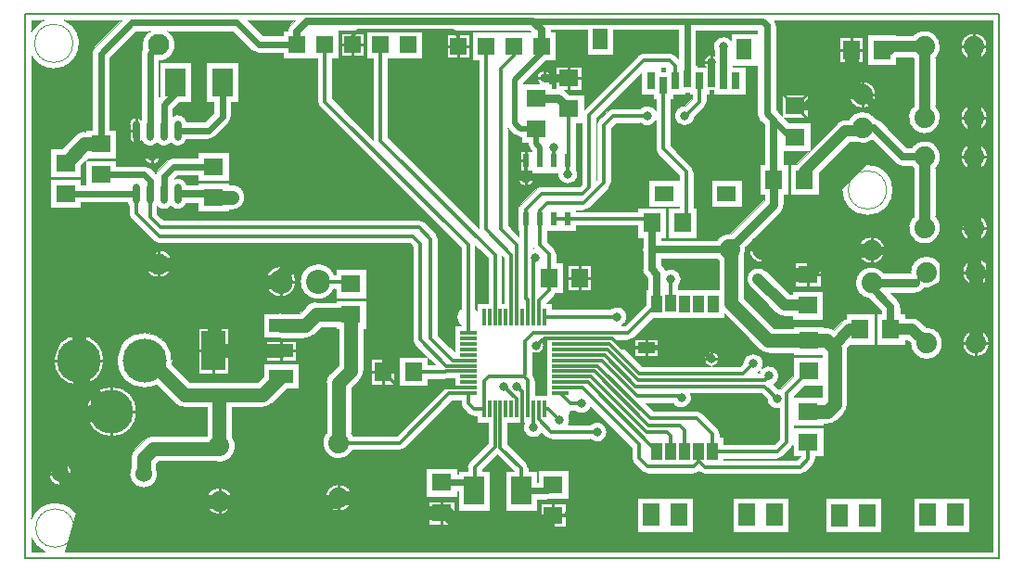
<source format=gbr>
%FSLAX35Y35*%
%MOIN*%
G04 EasyPC Gerber Version 18.0.8 Build 3632 *
%ADD22O,0.02500X0.07200*%
%ADD20R,0.01180X0.05910*%
%ADD24R,0.02000X0.04900*%
%ADD74R,0.03150X0.05906*%
%ADD28R,0.03937X0.06299*%
%ADD76R,0.05512X0.07480*%
%ADD26R,0.06000X0.08000*%
%ADD25R,0.06299X0.07087*%
%ADD75R,0.07087X0.05512*%
%ADD70R,0.07480X0.10236*%
%ADD73R,0.06000X0.06000*%
%ADD11C,0.00100*%
%ADD10C,0.00500*%
%ADD14C,0.01000*%
%ADD21R,0.05910X0.01180*%
%ADD29R,0.06299X0.03937*%
%ADD78R,0.08800X0.04800*%
%ADD71R,0.07087X0.06299*%
%ADD83C,0.01181*%
%ADD84C,0.01969*%
%ADD85C,0.02362*%
%ADD86C,0.02756*%
%ADD81C,0.03150*%
%ADD87C,0.03937*%
%ADD82C,0.05000*%
%ADD80C,0.06000*%
%ADD72C,0.07400*%
%ADD23C,0.07677*%
%ADD27C,0.08661*%
%ADD77C,0.15800*%
%ADD79R,0.08661X0.14173*%
X0Y0D02*
D02*
D10*
X11020Y250D02*
X361020D01*
Y195801*
X11020*
Y250*
D02*
D11*
X13289Y7478D02*
Y2519D01*
X18074*
G75*
G02X13289Y7478I3714J8371*
G01*
G36*
Y2519*
X18074*
G75*
G02X13289Y7478I3714J8371*
G01*
G37*
Y14301D02*
G75*
G02X21788Y20048I8499J-3411D01*
G01*
G75*
G02X25502Y2519J-9158*
G01*
X358752*
Y193533*
X280333*
G75*
G02X280873Y191707I-2817J-1826*
G01*
Y161345*
X282693Y159526*
G75*
G02X283099Y159035I-2374J-2374*
G01*
Y166801*
X292288*
Y158404*
X283593*
X285250Y156746*
X293256*
Y146767*
X302994Y156504*
G75*
G02X305813Y157672I2819J-2819*
G01*
X307020*
G75*
G02X316687Y158182I4994J-2786*
G01*
G75*
G02X318269Y157287I-820J-3296*
G01*
X327761Y147795*
X329685*
G75*
G02X334285Y150117I4600J-3396*
G01*
G75*
G02X338272Y140299J-5719*
G01*
Y122898*
G75*
G02X334285Y113080I-3987J-4099*
G01*
G75*
G02X330298Y122898J5719*
G01*
Y140299*
G75*
G02X329685Y141002I3986J4098*
G01*
X326355*
G75*
G02X323953Y141997J3396*
G01*
X315555Y150395*
G75*
G02X309608Y149698I-3541J4491*
G01*
X307465*
X296315Y138548*
Y130671*
X285981*
Y141797*
X288288*
G75*
G02X288329Y141839I2867J-2772*
G01*
X292901Y146411*
X283521*
Y141797*
X285292*
Y130671*
X283718*
Y127209*
G75*
G02X282665Y124668I-3593*
G01*
X269891Y111894*
G75*
G02X269947Y111096I-5664J-798*
G01*
G75*
G02X269348Y108547I-5719*
G01*
Y93549*
X279978Y82918*
X287032*
Y83569*
X298158*
Y83076*
X298894*
G75*
G02X301627Y82194I0J-4676*
G01*
X304677Y85244*
G75*
G02X305941Y86096I2819J-2819*
G01*
Y87986*
X316276*
Y76864*
X307574*
X306439Y75729*
G75*
G02X306454Y75358I-4505J-372*
G01*
Y55378*
G75*
G02X305130Y52183I-4519J0*
G01*
X302640Y49693*
G75*
G02X299445Y48369I-3195J3195*
G01*
X298028*
Y47719*
X287212*
Y47033*
X298028*
Y36695*
X295076*
Y35801*
G75*
G02X294312Y33956I-2609*
G01*
X291428Y31072*
G75*
G02X289583Y30308I-1845J1845*
G01*
X255292*
G75*
G02X253447Y31072J2609*
G01*
X253304Y31216*
X253278Y31191*
G75*
G02X251433Y30426I-1845J1845*
G01*
X234741*
G75*
G02X232896Y31191J2609*
G01*
X229776Y34311*
G75*
G02X229011Y36156I1845J1845*
G01*
Y39916*
X214469Y54459*
G75*
G02X208598Y53015I-3399J1165*
G01*
X207205*
G75*
G02X206360Y51161I-3927J671*
G01*
G75*
G02X206278Y48026I-3273J-1482*
G01*
X214071*
G75*
G02X220135Y45417I2471J-2609*
G01*
G75*
G02X214071Y42808I-3593*
G01*
X200165*
G75*
G02X198320Y43572J2609*
G01*
X196732Y45161*
G75*
G02X190481Y48707I-3104J1812*
G01*
X184428*
Y40965*
X191113Y34280*
G75*
G02X191877Y32435I-1845J-1845*
G01*
Y31443*
X195028*
Y27505*
X195260*
Y31758*
X206386*
Y21419*
X199922*
G75*
G02X198540Y21106I-1382J2886*
G01*
X195028*
Y17167*
X183508*
Y31443*
X186570*
X180676Y37338*
X175174Y31837*
Y31443*
X178099*
Y17167*
X166579*
Y24098*
X166256*
Y22128*
X155134*
Y32467*
X166256*
Y30497*
X166579*
Y31443*
X169956*
Y32917*
G75*
G02X170720Y34762I2609*
G01*
X177240Y41281*
Y48707*
X173300*
Y51072*
X172319*
G75*
G02X170474Y51836J2609*
G01*
X168354Y53956*
G75*
G02X167590Y55801I1845J1845*
G01*
Y56781*
X164581*
X147494Y39694*
G75*
G02X145649Y38930I-1845J1845*
G01*
X128796*
G75*
G02X123707Y35821I-5089J2609*
G01*
G75*
G02X119189Y45044J5719*
G01*
Y63075*
G75*
G02X120512Y66270I4519J0*
G01*
X123588Y69346*
Y82573*
X122544*
Y83222*
X117424*
X114727Y80525*
G75*
G02X111532Y79202I-3195J3195*
G01*
X103033*
G75*
G02X102089Y79301J4520*
G01*
X96615*
Y88140*
X102093*
G75*
G02X103033Y88239I940J-4419*
G01*
X109660*
X112357Y90935*
G75*
G02X115552Y92259I3195J-3195*
G01*
X122544*
Y92907*
X133670*
Y82573*
X132625*
Y67474*
G75*
G02X131302Y64280I-4519J0*
G01*
X128226Y61203*
Y45044*
G75*
G02X128796Y44148I-4518J-3505*
G01*
X144569*
X161656Y61235*
G75*
G02X163500Y62000I1845J-1845*
G01*
X165225*
Y64661*
X163077*
G75*
G02X161965Y64413I-1112J2360*
G01*
X155796*
Y61459*
X145457*
Y72585*
X155256*
X151075Y76766*
G75*
G02X150311Y78611I1845J1845*
G01*
Y112161*
X149201Y113271*
X59199*
G75*
G02X57354Y114035J2609*
G01*
X49047Y122342*
G75*
G02X48283Y124187I1845J1845*
G01*
Y126744*
G75*
G02X47707Y127976I2609J1970*
G01*
X31111*
Y126006*
X19985*
Y136344*
X31111*
Y134375*
X32642*
Y142903*
X31111Y141372*
Y137030*
X19985*
Y147368*
X24327*
X29223Y152264*
G75*
G02X32418Y153587I3195J-3195*
G01*
X32642*
Y154238*
X35006*
Y181490*
G75*
G02X35943Y183753I3200J0*
G01*
X45723Y193533*
X25061*
G75*
G02X21325Y176013I-3736J-8361*
G01*
G75*
G02X13289Y180780J9158*
G01*
Y14301*
X23628Y34398D02*
G75*
G02Y26298J-4050D01*
G01*
G75*
G02Y34398J4050*
G01*
X30321Y80204D02*
G75*
G02Y62304J-8950D01*
G01*
G75*
G02Y80204J8950*
G01*
X42132Y61700D02*
G75*
G02Y43800J-8950D01*
G01*
G75*
G02Y61700J8950*
G01*
X49110Y32532D02*
Y36057D01*
G75*
G02X50433Y39252I4519J0*
G01*
X53839Y42657*
G75*
G02X57034Y43981I3195J-3195*
G01*
X76295*
Y54354*
X68274*
G75*
G02X65079Y55677I0J4519*
G01*
X58375Y62381*
G75*
G02X53943Y61335I-4432J8873*
G01*
G75*
G02Y81172J9919*
G01*
G75*
G02X63752Y69784J-9919*
G01*
X70146Y63391*
X79811*
G75*
G02X81816I1002J-4519*
G01*
X94513*
X96615Y65492*
Y69939*
X102090*
G75*
G02X103977I944J-4419*
G01*
X109453*
Y61100*
X105004*
X99580Y55677*
G75*
G02X96385Y54354I-3195J3195*
G01*
X85332*
Y43833*
G75*
G02X78888Y34944I-4519J-3505*
G01*
X58906*
X58147Y34185*
Y32532*
G75*
G02X53628Y25330I-4519J-2184*
G01*
G75*
G02X49110Y32532J5019*
G01*
X59022Y110808D02*
G75*
G02Y101031J-4889D01*
G01*
G75*
G02Y110808J4889*
G01*
X80853Y25335D02*
G75*
G02Y15835J-4750D01*
G01*
G75*
G02Y25335J4750*
G01*
X84012Y66482D02*
X73252D01*
Y82758*
X84012*
Y66482*
X108269Y99508D02*
G75*
G02X97508I-5381D01*
G01*
G75*
G02X108269I5381*
G01*
X108485Y71171D02*
X97583D01*
Y78069*
X108485*
Y71171*
X122064Y96899D02*
G75*
G02X109927Y99508I-5788J2609D01*
G01*
G75*
G02X122064Y102117I6349*
G01*
X122544*
Y103931*
X133670*
Y93596*
X122544*
Y96899*
X122064*
X123746Y26545D02*
G75*
G02Y17045J-4750D01*
G01*
G75*
G02Y26545J4750*
G01*
X143804Y71616D02*
Y62427D01*
X135402*
Y71616*
X143804*
X165288Y12073D02*
X156103D01*
Y20474*
X165288*
Y12073*
X205418Y11364D02*
X196229D01*
Y19766*
X205418*
Y11364*
X251000Y9596D02*
X230961D01*
Y21632*
X251000*
Y9596*
X271250Y111136D02*
G75*
G02X280750I4750D01*
G01*
G75*
G02X271250I-4750*
G01*
X285241Y9596D02*
X265205D01*
Y21632*
X285241*
Y9596*
X286689Y87060D02*
X283855D01*
G75*
G02X281035Y88228J3987*
G01*
X271636Y97628*
G75*
G02X277274Y103266I2819J2819*
G01*
X285506Y95034*
X286689*
Y96215*
X297811*
Y85880*
X286689*
Y87060*
X296843Y97872D02*
X287658D01*
Y106270*
X296843*
Y97872*
X303748Y178274D02*
Y187463D01*
X312150*
Y178274*
X303748*
X318776Y9577D02*
X298737D01*
Y21612*
X318776*
Y9577*
X311975Y161907D02*
G75*
G02Y171407J4750D01*
G01*
G75*
G02Y161907J-4750*
G01*
X313746Y141643D02*
G75*
G02Y123326J-9158D01*
G01*
G75*
G02Y141643J9158*
G01*
X314362Y93375D02*
G75*
G02X315213Y104748I851J5655D01*
G01*
G75*
G02X319661Y102623J-5719*
G01*
X329233*
G75*
G02X334945Y108621I5712J280*
G01*
G75*
G02Y97184J-5719*
G01*
G75*
G02X334185Y97235I1J5719*
G01*
G75*
G02X331072Y95436I-3113J1795*
G01*
X321907*
X324534Y92809*
G75*
G02X325529Y90407I-2402J-2402*
G01*
Y87986*
X327300*
Y86412*
X329822*
G75*
G02X332641Y85244J-3987*
G01*
X334865Y83020*
G75*
G02X334945Y83021I68J-5724*
G01*
G75*
G02Y71584J-5719*
G01*
G75*
G02X329227Y77382J5719*
G01*
X328170Y78438*
X327300*
Y76864*
X316965*
Y87986*
X318736*
Y89001*
X314362Y93375*
X315174Y106051D02*
G75*
G02Y115551J4750D01*
G01*
G75*
G02Y106051J-4750*
G01*
X324142Y179915D02*
Y177305D01*
X313804*
Y188431*
X324142*
Y187992*
X330117*
G75*
G02X334217Y189723I4099J-3987*
G01*
G75*
G02X338204Y179906J-5719*
G01*
Y162504*
G75*
G02X334217Y152686I-3987J-4099*
G01*
G75*
G02X330230Y162504J5719*
G01*
Y179906*
G75*
G02X330117Y180018I3979J4091*
G01*
X324251*
G75*
G02X324142Y179915I-2790J2852*
G01*
X350477Y9596D02*
X330441D01*
Y21632*
X350477*
Y9596*
X352017Y163155D02*
G75*
G02Y153655J-4750D01*
G01*
G75*
G02Y163155J4750*
G01*
Y188755D02*
G75*
G02Y179255J-4750D01*
G01*
G75*
G02Y188755J4750*
G01*
X352085Y123548D02*
G75*
G02Y114048J-4750D01*
G01*
G75*
G02Y123548J4750*
G01*
Y149148D02*
G75*
G02Y139648J-4750D01*
G01*
G75*
G02Y149148J4750*
G01*
X352745Y82052D02*
G75*
G02Y72552J-4750D01*
G01*
G75*
G02Y82052J4750*
G01*
Y107652D02*
G75*
G02Y98152J-4750D01*
G01*
G75*
G02Y107652J4750*
G01*
X13289Y30348D02*
G36*
Y20585D01*
X76103*
G75*
G02X80853Y25335I4750*
G01*
G75*
G02X85603Y20585J-4750*
G01*
X119153*
G75*
G02X123746Y26545I4593J1211*
G01*
G75*
G02X128340Y20585J-4750*
G01*
X166579*
Y24098*
X166256*
Y22128*
X155134*
Y30348*
X58647*
G75*
G02X53628Y25330I-5019*
G01*
G75*
G02X48610Y30348J5019*
G01*
X27678*
G75*
G02X23628Y26298I-4050*
G01*
G75*
G02X19578Y30348J4050*
G01*
X13289*
G37*
X19578D02*
G36*
G75*
G02X23628Y34398I4050D01*
G01*
G75*
G02X27678Y30348J-4050*
G01*
X48610*
G75*
G02X49110Y32532I5019*
G01*
Y36057*
G75*
G02X50433Y39252I4519J0*
G01*
X53839Y42657*
G75*
G02X57034Y43981I3195J-3195*
G01*
X76295*
Y52750*
X51082*
G75*
G02X42132Y43800I-8950*
G01*
G75*
G02X33182Y52750J8950*
G01*
X13289*
Y30348*
X19578*
G37*
X155134D02*
G36*
Y32467D01*
X166256*
Y30497*
X166579*
Y31443*
X169956*
Y32917*
G75*
G02X170720Y34762I2609*
G01*
X177240Y41281*
Y48707*
X173300*
Y51072*
X172319*
G75*
G02X170474Y51836J2609*
G01*
X168354Y53956*
G75*
G02X167590Y55801I1845J1845*
G01*
Y56781*
X164581*
X147494Y39694*
G75*
G02X145649Y38930I-1845J1845*
G01*
X128796*
G75*
G02X123707Y35821I-5089J2609*
G01*
G75*
G02X119189Y45044J5719*
G01*
Y52750*
X85332*
Y43833*
G75*
G02X78888Y34944I-4519J-3505*
G01*
X58906*
X58147Y34185*
Y32532*
G75*
G02X58647Y30348I-4519J-2184*
G01*
X155134*
G37*
X13289Y71254D02*
G36*
Y52750D01*
X33182*
G75*
G02X42132Y61700I8950*
G01*
G75*
G02X51082Y52750J-8950*
G01*
X76295*
Y54354*
X68274*
G75*
G02X65079Y55677I0J4519*
G01*
X58375Y62381*
G75*
G02X53943Y61335I-4432J8873*
G01*
G75*
G02X44025Y71254J9919*
G01*
X39271*
G75*
G02X30321Y62304I-8950*
G01*
G75*
G02X21371Y71254J8950*
G01*
X13289*
G37*
X21371D02*
G36*
G75*
G02X23724Y77301I8948J-1D01*
G01*
X13288*
Y71254*
X21371*
G37*
X44025D02*
G36*
G75*
G02X46082Y77301I9917J0D01*
G01*
X36918*
G75*
G02X39271Y71254I-6595J-6048*
G01*
X44025*
G37*
X63862D02*
G36*
G75*
G02X63752Y69784I-9919J-1D01*
G01*
X70146Y63391*
X79811*
G75*
G02X81816I1002J-4519*
G01*
X94513*
X96615Y65492*
Y69939*
X102090*
G75*
G02X103977I944J-4419*
G01*
X109453*
Y61100*
X105004*
X99580Y55677*
G75*
G02X96385Y54354I-3195J3195*
G01*
X85332*
Y52750*
X119189*
Y63075*
G75*
G02X120512Y66270I4519J0*
G01*
X123588Y69346*
Y71254*
X108485*
Y71171*
X97583*
Y71254*
X84012*
Y66482*
X73252*
Y71254*
X63862*
G37*
X73252D02*
G36*
Y77301D01*
X61804*
G75*
G02X63862Y71254I-7859J-6048*
G01*
X73252*
G37*
X97583D02*
G36*
Y77301D01*
X84012*
Y71254*
X97583*
G37*
X123587D02*
G36*
Y77301D01*
X108485*
Y71254*
X123587*
G37*
X132625D02*
G36*
Y67474D01*
G75*
G02X131302Y64280I-4519J0*
G01*
X128226Y61203*
Y45044*
G75*
G02X128796Y44148I-4518J-3505*
G01*
X144569*
X161656Y61235*
G75*
G02X163500Y62000I1845J-1845*
G01*
X165225*
Y64661*
X163077*
G75*
G02X161965Y64413I-1112J2360*
G01*
X155796*
Y61459*
X145457*
Y71254*
X143804*
Y62427*
X135402*
Y71254*
X132625*
G37*
X135402D02*
G36*
Y71616D01*
X143804*
Y71254*
X145457*
Y72585*
X155256*
X151075Y76766*
G75*
G02X150311Y78611I1845J1845*
G01*
Y99508*
X133670*
Y93596*
X122544*
Y96899*
X122064*
G75*
G02X109927Y99508I-5788J2609*
G01*
X108269*
G75*
G02X97508I-5381*
G01*
X13289*
Y77302*
X23724*
G75*
G02X30321Y80204I6597J-6048*
G01*
G75*
G02X36918Y77302J-8950*
G01*
X46082*
G75*
G02X53943Y81172I7861J-6048*
G01*
G75*
G02X61804Y77302J-9919*
G01*
X73252*
Y82758*
X84012*
Y77302*
X97583*
Y78069*
X108485*
Y77302*
X123588*
Y82573*
X122544*
Y83222*
X117424*
X114727Y80525*
G75*
G02X111532Y79202I-3195J3195*
G01*
X103033*
G75*
G02X102089Y79301J4520*
G01*
X96615*
Y88140*
X102093*
G75*
G02X103033Y88239I940J-4419*
G01*
X109660*
X112357Y90935*
G75*
G02X115552Y92259I3195J-3195*
G01*
X122544*
Y92907*
X133670*
Y82573*
X132625*
Y71254*
X135402*
G37*
X13289Y105919D02*
G36*
Y99508D01*
X97508*
G75*
G02X108269I5381*
G01*
X109927*
G75*
G02X122064Y102117I6349*
G01*
X122544*
Y103931*
X133670*
Y99508*
X150311*
Y105919*
X63911*
G75*
G02X59022Y101031I-4889*
G01*
G75*
G02X54133Y105919J4889*
G01*
X13289*
G37*
X54133D02*
G36*
G75*
G02X59022Y110808I4889D01*
G01*
G75*
G02X63911Y105919J-4889*
G01*
X150311*
Y112161*
X149201Y113271*
X59199*
G75*
G02X57354Y114035J2609*
G01*
X49047Y122342*
G75*
G02X48283Y124187I1845J1845*
G01*
Y126744*
G75*
G02X47707Y127976I2609J1970*
G01*
X31111*
Y126006*
X19985*
Y136344*
X31111*
Y134375*
X32642*
Y142903*
X31111Y141372*
Y137030*
X19985*
Y147368*
X24327*
X29223Y152264*
G75*
G02X32418Y153587I3195J-3195*
G01*
X32642*
Y154238*
X35006*
Y181490*
G75*
G02X35943Y183753I3200J0*
G01*
X45723Y193533*
X25061*
G75*
G02X21325Y176013I-3736J-8361*
G01*
G75*
G02X13289Y180780J9158*
G01*
Y105919*
X54133*
G37*
X269348D02*
G36*
Y99508D01*
X270580*
G75*
G02X277274Y103266I3875J939*
G01*
X281033Y99508*
X287658*
Y105919*
X269348*
G37*
X287658D02*
G36*
Y106270D01*
X296843*
Y105919*
X330087*
G75*
G02X334945Y108621I4858J-3017*
G01*
G75*
G02X339803Y105919J-5719*
G01*
X349076*
G75*
G02X352745Y107652I3669J-3017*
G01*
G75*
G02X356414Y105919J-4750*
G01*
X358752*
Y111136*
X319912*
G75*
G02X315174Y106051I-4738J-335*
G01*
G75*
G02X310435Y111136J4750*
G01*
X280750*
G75*
G02X271250I-4750*
G01*
X269947*
G75*
G02Y111096I-5725J-20*
G01*
G75*
G02X269348Y108547I-5719*
G01*
Y105919*
X287658*
G37*
X296843D02*
G36*
Y99508D01*
X309515*
G75*
G02X315213Y104748I5698J-478*
G01*
G75*
G02X319661Y102623J-5719*
G01*
X329233*
G75*
G02X330087Y105919I5712J279*
G01*
X296843*
G37*
X339803D02*
G36*
G75*
G02X339547Y99508I-4858J-3017D01*
G01*
X349422*
G75*
G02X349076Y105919I3323J3394*
G01*
X339803*
G37*
X356414D02*
G36*
G75*
G02X356068Y99508I-3669J-3017D01*
G01*
X358752*
Y105919*
X356414*
G37*
X13289Y20585D02*
G36*
Y14301D01*
G75*
G02X21788Y20048I8499J-3411*
G01*
G75*
G02X29196Y16274J-9158*
G01*
X78858*
G75*
G02X76103Y20585I1994J4311*
G01*
X13289*
G37*
X85603D02*
G36*
G75*
G02X82847Y16274I-4750D01*
G01*
X156103*
Y20474*
X165288*
Y16274*
X196229*
Y19766*
X205418*
Y16274*
X230961*
Y20585*
X195028*
Y17167*
X183508*
Y31443*
X186570*
X180676Y37338*
X175174Y31837*
Y31443*
X178099*
Y17167*
X166579*
Y20585*
X128340*
G75*
G02X123746Y17045I-4593J1211*
G01*
G75*
G02X119153Y20585J4750*
G01*
X85603*
G37*
X230961D02*
G36*
Y21632D01*
X251000*
Y20585*
X265205*
Y21632*
X285241*
Y20585*
X298737*
Y21612*
X318776*
Y20585*
X330441*
Y21632*
X350477*
Y20585*
X358752*
Y77302*
X357495*
G75*
G02X352745Y72552I-4750*
G01*
G75*
G02X347995Y77302J4750*
G01*
X340663*
G75*
G02X334945Y71584I-5719*
G01*
G75*
G02X329227Y77382J5719*
G01*
X328170Y78438*
X327300*
Y76864*
X316965*
Y77302*
X316276*
Y76864*
X307574*
X306439Y75729*
G75*
G02X306454Y75358I-4505J-372*
G01*
Y55378*
G75*
G02X305130Y52183I-4519J0*
G01*
X302640Y49693*
G75*
G02X299445Y48369I-3195J3195*
G01*
X298028*
Y47719*
X287212*
Y47033*
X298028*
Y36695*
X295076*
Y35801*
G75*
G02X294312Y33956I-2609*
G01*
X291428Y31072*
G75*
G02X289583Y30308I-1845J1845*
G01*
X255292*
G75*
G02X253447Y31072J2609*
G01*
X253304Y31216*
X253278Y31191*
G75*
G02X251433Y30426I-1845J1845*
G01*
X234741*
G75*
G02X232896Y31191J2609*
G01*
X229776Y34311*
G75*
G02X229011Y36156I1845J1845*
G01*
Y39916*
X214469Y54459*
G75*
G02X208598Y53015I-3399J1165*
G01*
X207205*
G75*
G02X206360Y51161I-3927J671*
G01*
G75*
G02X206278Y48026I-3273J-1482*
G01*
X214071*
G75*
G02X220135Y45417I2471J-2609*
G01*
G75*
G02X214071Y42808I-3593*
G01*
X200165*
G75*
G02X198320Y43572J2609*
G01*
X196732Y45161*
G75*
G02X190481Y48707I-3104J1812*
G01*
X184428*
Y40965*
X191113Y34280*
G75*
G02X191877Y32435I-1845J-1845*
G01*
Y31443*
X195028*
Y27505*
X195260*
Y31758*
X206386*
Y21419*
X199922*
G75*
G02X198540Y21106I-1382J2886*
G01*
X195028*
Y20585*
X230961*
G37*
X251000D02*
G36*
Y16274D01*
X265205*
Y20585*
X251000*
G37*
X285241D02*
G36*
Y16274D01*
X298737*
Y20585*
X285241*
G37*
X318776D02*
G36*
Y16274D01*
X330441*
Y20585*
X318776*
G37*
X350477D02*
G36*
Y16274D01*
X358752*
Y20585*
X350477*
G37*
X269348Y99508D02*
G36*
Y93549D01*
X279978Y82918*
X287032*
Y83569*
X298158*
Y83076*
X298894*
G75*
G02X301627Y82194I0J-4676*
G01*
X304677Y85244*
G75*
G02X305941Y86096I2819J-2819*
G01*
Y87986*
X316276*
Y77302*
X316965*
Y87986*
X318736*
Y89001*
X314362Y93375*
G75*
G02X309515Y99508I851J5655*
G01*
X296843*
Y97872*
X287658*
Y99508*
X281033*
X285506Y95034*
X286689*
Y96215*
X297811*
Y85880*
X286689*
Y87060*
X283855*
G75*
G02X281035Y88228J3987*
G01*
X271636Y97628*
G75*
G02X270580Y99508I2819J2819*
G01*
X269348*
G37*
X339547D02*
G36*
G75*
G02X334945Y97184I-4602J3394D01*
G01*
G75*
G02X334185Y97235I1J5719*
G01*
G75*
G02X331072Y95436I-3113J1795*
G01*
X321907*
X324534Y92809*
G75*
G02X325529Y90407I-2402J-2402*
G01*
Y87986*
X327300*
Y86412*
X329822*
G75*
G02X332641Y85244J-3987*
G01*
X334865Y83021*
G75*
G02X334945I40J-5724*
G01*
G75*
G02X340663Y77302J-5719*
G01*
X347995*
G75*
G02X352745Y82052I4750*
G01*
G75*
G02X357495Y77302J-4750*
G01*
X358752*
Y99508*
X356068*
G75*
G02X352745Y98152I-3323J3394*
G01*
G75*
G02X349422Y99508J4750*
G01*
X339547*
G37*
X29196Y16274D02*
G36*
G75*
G02X25502Y2519I-7409J-5384D01*
G01*
X358752*
Y16274*
X350477*
Y9596*
X330441*
Y16274*
X318776*
Y9577*
X298737*
Y16274*
X285241*
Y9596*
X265205*
Y16274*
X251000*
Y9596*
X230961*
Y16274*
X205418*
Y11364*
X196229*
Y16274*
X165288*
Y12073*
X156103*
Y16274*
X82847*
G75*
G02X80853Y15835I-1994J4311*
G01*
G75*
G02X78858Y16274J4750*
G01*
X29196*
G37*
X271250Y111136D02*
G36*
G75*
G02X280750I4750D01*
G01*
X310435*
G75*
G02X315174Y115551I4738J-335*
G01*
G75*
G02X319912Y111136J-4750*
G01*
X358752*
Y118798*
X356835*
G75*
G02X352085Y114048I-4750*
G01*
G75*
G02X347335Y118798J4750*
G01*
X340004*
G75*
G02X334285Y113080I-5719*
G01*
G75*
G02X330298Y122898J5719*
G01*
Y132484*
X322905*
G75*
G02X313746Y123326I-9158*
G01*
G75*
G02X304588Y132484J9158*
G01*
X296315*
Y130671*
X285981*
Y141797*
X288288*
G75*
G02X288329Y141839I2867J-2772*
G01*
X292901Y146411*
X283521*
Y141797*
X285292*
Y130671*
X283718*
Y127209*
G75*
G02X282665Y124668I-3593*
G01*
X269891Y111894*
G75*
G02X269947Y111136I-5665J-799*
G01*
X271250*
G37*
X280873Y182868D02*
G36*
Y161345D01*
X282693Y159526*
G75*
G02X283099Y159035I-2374J-2374*
G01*
Y166801*
X292288*
Y166657*
X307225*
G75*
G02X311975Y171407I4750*
G01*
G75*
G02X316725Y166657J-4750*
G01*
X330230*
Y179906*
G75*
G02X330117Y180018I3979J4091*
G01*
X324251*
G75*
G02X324142Y179915I-2790J2852*
G01*
Y177305*
X313804*
Y182868*
X312150*
Y178274*
X303748*
Y182868*
X280873*
G37*
X303748D02*
G36*
Y187463D01*
X312150*
Y182868*
X313804*
Y188431*
X324142*
Y187992*
X330117*
G75*
G02X334217Y189723I4099J-3987*
G01*
G75*
G02X339821Y182868J-5719*
G01*
X347405*
G75*
G02X352017Y188755I4612J1137*
G01*
G75*
G02X356628Y182868J-4750*
G01*
X358752*
Y193533*
X280333*
G75*
G02X280873Y191707I-2817J-1826*
G01*
Y182868*
X303748*
G37*
X339821D02*
G36*
G75*
G02X338204Y179906I-5604J1137D01*
G01*
Y166657*
X358752*
Y182868*
X356628*
G75*
G02X352017Y179255I-4612J1137*
G01*
G75*
G02X347405Y182868J4750*
G01*
X339821*
G37*
X292288Y166657D02*
G36*
Y158404D01*
X283593*
X285250Y156746*
X293256*
Y146767*
X302994Y156504*
G75*
G02X305813Y157672I2819J-2819*
G01*
X307020*
G75*
G02X316522Y158405I4994J-2786*
G01*
X328498*
G75*
G02X330230Y162504I5719*
G01*
Y166657*
X316725*
G75*
G02X311975Y161907I-4750*
G01*
G75*
G02X307225Y166657J4750*
G01*
X292288*
G37*
X338204D02*
G36*
Y162504D01*
G75*
G02X339935Y158405I-3987J-4100*
G01*
X347267*
G75*
G02X352017Y163155I4750*
G01*
G75*
G02X356767Y158405J-4750*
G01*
X358752*
Y166657*
X338204*
G37*
X304588Y132484D02*
G36*
G75*
G02X313746Y141643I9158D01*
G01*
G75*
G02X322905Y132484J-9158*
G01*
X330298*
Y140299*
G75*
G02X329685Y141002I3986J4098*
G01*
X326355*
G75*
G02X323953Y141997J3396*
G01*
X315555Y150395*
G75*
G02X309608Y149698I-3541J4491*
G01*
X307465*
X296315Y138548*
Y132484*
X304588*
G37*
X316522Y158405D02*
G36*
G75*
G02X316687Y158182I-4504J-3523D01*
G01*
G75*
G02X318269Y157287I-820J-3296*
G01*
X327761Y147795*
X329685*
G75*
G02X334285Y150117I4600J-3396*
G01*
G75*
G02X340004Y144398J-5719*
G01*
X347335*
G75*
G02X352085Y149148I4750*
G01*
G75*
G02X356835Y144398J-4750*
G01*
X358752*
Y158405*
X356767*
G75*
G02X352017Y153655I-4750*
G01*
G75*
G02X347267Y158405J4750*
G01*
X339935*
G75*
G02X334217Y152686I-5719*
G01*
G75*
G02X328498Y158405J5719*
G01*
X316522*
G37*
X347335Y118798D02*
G36*
G75*
G02X352085Y123548I4750D01*
G01*
G75*
G02X356835Y118798J-4750*
G01*
X358752*
Y144398*
X356835*
G75*
G02X352085Y139648I-4750*
G01*
G75*
G02X347335Y144398J4750*
G01*
X340004*
G75*
G02X338272Y140299I-5719J0*
G01*
Y122898*
G75*
G02X340004Y118798I-3987J-4100*
G01*
X347335*
G37*
X13289Y189563D02*
G75*
G02X17589Y193533I8037J-4392D01*
G01*
X13289*
Y189563*
G36*
G75*
G02X17589Y193533I8037J-4392*
G01*
X13289*
Y189563*
G37*
X21325Y192061D02*
G75*
G03Y178281J-6890D01*
G01*
G75*
G03Y192061J6890*
G01*
X21788Y17780D02*
G75*
G03Y4000J-6890D01*
G01*
G75*
G03Y17780J6890*
G01*
X32954Y143215D02*
X43768D01*
Y141245*
X53678*
G75*
G02X55940Y140308I0J-3200*
G01*
X57885Y138362*
G75*
G02X58630Y139530I3007J-1094*
G01*
X62242Y143143*
G75*
G02X64504Y144080I2262J-2263*
G01*
X73075*
Y146049*
X84201*
Y135711*
X73075*
Y137680*
X65830*
X64543Y136394*
G75*
G02X68990Y134461I1349J-2978*
G01*
X73075*
Y135026*
X84201*
Y134375*
X85390*
G75*
G02Y125338J-4519*
G01*
X84201*
Y124687*
X73075*
Y127668*
X68990*
G75*
G02X63392Y126607I-3098J1046*
G01*
G75*
G02X58501Y126484I-2500J2107*
G01*
Y123880*
X60762Y121619*
X152683*
G75*
G02X154528Y120855J-2609*
G01*
X158613Y116770*
G75*
G02X159377Y114925I-1845J-1845*
G01*
Y80204*
X165225Y74357*
Y83659*
X167590*
Y83745*
G75*
G02Y89766I2609J3011*
G01*
Y111679*
X116882Y162387*
G75*
G02X116118Y164232I1845J1845*
G01*
Y179778*
X103709*
Y181598*
X95056*
G75*
G02X92793Y182535I0J3200*
G01*
X85748Y189580*
X62199*
G75*
G02X59092Y178803I-3177J-4920*
G01*
Y165947*
X59237Y166092*
Y178274*
X70756*
Y163998*
X66193*
X64092Y161897*
Y158944*
G75*
G02X69050Y157064I1800J-2730*
G01*
X75563*
X78726Y160227*
Y163998*
X76166*
Y178274*
X87685*
Y163998*
X85125*
Y158902*
G75*
G02X84188Y156639I-3200J0*
G01*
X79151Y151602*
G75*
G02X76889Y150665I-2262J2263*
G01*
X69050*
G75*
G02X63392Y149406I-3157J849*
G01*
G75*
G02X58392I-2500J2107*
G01*
G75*
G02X52853Y150309I-2500J2107*
G01*
G75*
G02X48591Y151514I-1961J1205*
G01*
Y156215*
G75*
G02X52693Y157648I2301*
G01*
Y181530*
G75*
G02X53301Y183406I3200*
G01*
G75*
G02X55845Y189580I5721J1254*
G01*
X50820*
X41405Y180165*
Y154238*
X43768*
Y143900*
X33639*
X32954Y143215*
X54114Y144295D02*
G75*
G02X59363I2625D01*
G01*
G75*
G02X54114I-2625*
G01*
X43768D02*
G36*
Y143900D01*
X33639*
X32954Y143215*
X43768*
Y141245*
X53678*
G75*
G02X55940Y140308I0J-3200*
G01*
X57885Y138362*
G75*
G02X58630Y139530I3007J-1094*
G01*
X62242Y143143*
G75*
G02X64504Y144080I2262J-2263*
G01*
X73075*
Y144295*
X59363*
G75*
G02X54114I-2625*
G01*
X43768*
G37*
X54114D02*
G36*
G75*
G02X59363I2625D01*
G01*
X73075*
Y146049*
X84201*
Y135711*
X73075*
Y137680*
X65830*
X64543Y136394*
G75*
G02X68990Y134461I1349J-2978*
G01*
X73075*
Y135026*
X84201*
Y134375*
X85390*
G75*
G02Y125338J-4519*
G01*
X84201*
Y124687*
X73075*
Y127668*
X68990*
G75*
G02X63392Y126607I-3098J1046*
G01*
G75*
G02X58501Y126484I-2500J2107*
G01*
Y123880*
X60762Y121619*
X152683*
G75*
G02X154528Y120855J-2609*
G01*
X158613Y116770*
G75*
G02X159377Y114925I-1845J-1845*
G01*
Y80204*
X165225Y74357*
Y83659*
X167590*
Y83745*
G75*
G02Y89766I2609J3011*
G01*
Y111679*
X116882Y162387*
G75*
G02X116118Y164232I1845J1845*
G01*
Y179778*
X103709*
Y181598*
X95056*
G75*
G02X92793Y182535I0J3200*
G01*
X85748Y189580*
X62199*
G75*
G02X59092Y178803I-3177J-4920*
G01*
Y165947*
X59237Y166092*
Y178274*
X70756*
Y163998*
X66193*
X64092Y161897*
Y158944*
G75*
G02X69050Y157064I1800J-2730*
G01*
X75563*
X78726Y160227*
Y163998*
X76166*
Y178274*
X87685*
Y163998*
X85125*
Y158902*
G75*
G02X84188Y156639I-3200J0*
G01*
X79151Y151602*
G75*
G02X76889Y150665I-2262J2263*
G01*
X69050*
G75*
G02X63392Y149406I-3157J849*
G01*
G75*
G02X58392I-2500J2107*
G01*
G75*
G02X52853Y150309I-2500J2107*
G01*
G75*
G02X48591Y151514I-1961J1205*
G01*
Y156215*
G75*
G02X52693Y157648I2301*
G01*
Y181530*
G75*
G02X53301Y183406I3200*
G01*
G75*
G02X55845Y189580I5721J1254*
G01*
X50820*
X41405Y180165*
Y154238*
X43768*
Y144295*
X54114*
G37*
X90845Y193533D02*
X96381Y187997D01*
X103709*
Y189817*
X105345*
G75*
G02X106325Y191904I3382J-315*
G01*
X107954Y193533*
X90845*
G36*
X96381Y187997*
X103709*
Y189817*
X105345*
G75*
G02X106325Y191904I3382J-315*
G01*
X107954Y193533*
X90845*
G37*
X121336Y179778D02*
Y165313D01*
X136118Y150531*
Y179778*
X133709*
Y189806*
X123744*
Y179778*
X121336*
X124678Y180746D02*
Y188848D01*
X132776*
Y180746*
X124678*
X123744Y184797D02*
G36*
Y179778D01*
X121336*
Y165313*
X136118Y150531*
Y179778*
X133709*
Y184797*
X132776*
Y180746*
X124678*
Y184797*
X123744*
G37*
X124678D02*
G36*
Y188848D01*
X132776*
Y184797*
X133709*
Y189806*
X123744*
Y184797*
X124678*
G37*
X141336Y179778D02*
Y151331D01*
X173952Y118714*
Y179226*
X171544*
Y189266*
X192516*
X191976Y189806*
X153744*
Y179778*
X141336*
X170611Y188297D02*
Y180195D01*
X162512*
Y188297*
X170611*
X153744Y184246D02*
G36*
Y179778D01*
X141336*
Y151331*
X173952Y118714*
Y179226*
X171544*
Y184246*
X170611*
Y180195*
X162512*
Y184246*
X153744*
G37*
X162512D02*
G36*
Y188297D01*
X170611*
Y184246*
X171544*
Y189266*
X192516*
X191976Y189806*
X153744*
Y184246*
X162512*
G37*
X155796Y69631D02*
X158210D01*
X155796Y72045*
Y69631*
G36*
X158210*
X155796Y72045*
Y69631*
G37*
X172808Y89766D02*
G75*
G02X173300Y89256I-2609J-3010D01*
G01*
Y91734*
X177240*
Y108047*
X172808Y112479*
Y89766*
G36*
G75*
G02X173300Y89256I-2609J-3010*
G01*
Y91734*
X177240*
Y108047*
X172808Y112479*
Y89766*
G37*
X182458Y91734D02*
X183150D01*
Y108013*
X182458Y108705*
Y91734*
G36*
X183150*
Y108013*
X182458Y108705*
Y91734*
G37*
X184604Y154648D02*
Y119608D01*
X188431Y115781*
Y117785*
X188020*
Y126722*
X188721*
G75*
G02X189195Y127370I2319J-1197*
G01*
X194874Y133050*
G75*
G02X196719Y133814I1845J-1845*
G01*
X210294*
X211049Y134569*
Y156518*
X209023*
Y147419*
X209059*
Y140180*
G75*
G02X209633Y138232I-3020J-1948*
G01*
G75*
G02X202446I-3593*
G01*
G75*
G02X202455Y138482I3593J1*
G01*
X193020*
Y139451*
X188989*
Y146451*
X193020*
Y146651*
X192647Y147024*
G75*
G02X191767Y149148I2123J2123*
G01*
Y149384*
X189209*
Y151548*
X188865*
G75*
G02X186741Y152428J3003*
G01*
X184980Y154190*
G75*
G02X184604Y154648I2122J2123*
G01*
X188415Y136490D02*
G75*
G02X193665I2625D01*
G01*
G75*
G02X188415I-2625*
G01*
X184604D02*
G36*
Y119608D01*
X188431Y115781*
Y117785*
X188020*
Y126722*
X188721*
G75*
G02X189195Y127370I2319J-1197*
G01*
X194874Y133050*
G75*
G02X196719Y133814I1845J-1845*
G01*
X210294*
X211049Y134569*
Y156518*
X209023*
Y147419*
X209059*
Y140180*
G75*
G02X209633Y138232I-3020J-1948*
G01*
G75*
G02X202897Y136490I-3593*
G01*
X193665*
G75*
G02X188415I-2625*
G01*
X184604*
G37*
X188415D02*
G36*
G75*
G02X193665I2625D01*
G01*
X202897*
G75*
G02X202446Y138232I3143J1742*
G01*
G75*
G02X202455Y138482I3593J1*
G01*
X193020*
Y139451*
X188989*
Y146451*
X193020*
Y146651*
X192647Y147024*
G75*
G02X191767Y149148I2123J2123*
G01*
Y149384*
X189209*
Y151548*
X188865*
G75*
G02X186741Y152428J3003*
G01*
X184980Y154190*
G75*
G02X184604Y154648I2122J2123*
G01*
Y136490*
X188415*
G37*
X190106Y170742D02*
X195819D01*
G75*
G02X194931Y172711I1736J1969*
G01*
G75*
G02X200180I2625*
G01*
G75*
G02X199292Y170742I-2625*
G01*
X200331*
Y169168*
X201819*
Y176911*
X211008*
Y168510*
X204599*
G75*
G02X205067Y168116I-2072J-2937*
G01*
X206326Y166856*
X211977*
Y161393*
X231449Y180865*
G75*
G02X233294Y181629I1845J-1845*
G01*
X242733*
G75*
G02X244578Y180865J-2609*
G01*
X245754Y179689*
Y190003*
X222390*
Y181163*
X212839*
Y190003*
X199958*
Y189266*
X201579*
Y179226*
X198367*
X190106Y170965*
Y170742*
G36*
X195819*
G75*
G02X194931Y172711I1736J1969*
G01*
G75*
G02X200180I2625*
G01*
G75*
G02X199292Y170742I-2625*
G01*
X200331*
Y169168*
X201819*
Y176911*
X211008*
Y168510*
X204599*
G75*
G02X205067Y168116I-2072J-2937*
G01*
X206326Y166856*
X211977*
Y161393*
X231449Y180865*
G75*
G02X233294Y181629I1845J-1845*
G01*
X242733*
G75*
G02X244578Y180865J-2609*
G01*
X245754Y179689*
Y190003*
X222390*
Y181163*
X212839*
Y190003*
X199958*
Y189266*
X201579*
Y179226*
X198367*
X190106Y170965*
Y170742*
G37*
X193429Y65959D02*
X193503Y65884D01*
G75*
G02X194267Y64039I-1845J-1845*
G01*
Y58656*
X198304*
Y78440*
X196300*
G75*
G02X193432Y74047I-1510J-2147*
G01*
Y66098*
G75*
G02X193429Y65959I-2613J-3*
G01*
G36*
X193503Y65884*
G75*
G02X194267Y64039I-1845J-1845*
G01*
Y58656*
X198304*
Y78440*
X196300*
G75*
G02X193432Y74047I-1510J-2147*
G01*
Y66098*
G75*
G02X193429Y65959I-2613J-3*
G01*
G37*
X193649Y111535D02*
G75*
G02X193757Y111556I722J-3524D01*
G01*
G75*
G02X193649Y111774I2282J1265*
G01*
Y111535*
G36*
G75*
G02X193757Y111556I722J-3524*
G01*
G75*
G02X193649Y111774I2282J1265*
G01*
Y111535*
G37*
X198391Y91734D02*
X200178D01*
Y89631*
X221454*
G75*
G02X227340Y86864I2293J-2767*
G01*
G75*
G02X225372Y83659I-3593*
G01*
X226527*
X234119Y91251*
Y96719*
X234710*
Y100841*
X233874Y101677*
G75*
G02X232880Y104079I2402J2402*
G01*
Y110429*
G75*
G02Y111764I3395J667*
G01*
Y115112*
X231107*
Y119643*
X209059*
Y117785*
X198649*
Y113900*
X201123Y111426*
G75*
G02X201887Y109581I-1845J-1845*
G01*
Y106431*
X204445*
Y95309*
X201687*
G75*
G02X201123Y94467I-2409J1002*
G01*
X198391Y91734*
X206103Y96278D02*
Y105463D01*
X214500*
Y96278*
X206103*
X204445Y100870D02*
G36*
Y95309D01*
X201687*
G75*
G02X201123Y94467I-2409J1002*
G01*
X198391Y91734*
X200178*
Y89631*
X221454*
G75*
G02X227340Y86864I2293J-2767*
G01*
G75*
G02X225372Y83659I-3593*
G01*
X226527*
X234119Y91251*
Y96719*
X234710*
Y100841*
X234681Y100870*
X214500*
Y96278*
X206103*
Y100870*
X204445*
G37*
X206103D02*
G36*
Y105463D01*
X214500*
Y100870*
X234681*
X233874Y101677*
G75*
G02X232880Y104079I2402J2402*
G01*
Y110429*
G75*
G02Y111764I3395J667*
G01*
Y115112*
X231107*
Y119643*
X209059*
Y117785*
X198649*
Y113900*
X201123Y111426*
G75*
G02X201887Y109581I-1845J-1845*
G01*
Y106431*
X204445*
Y100870*
X206103*
G37*
X209059Y124861D02*
X231107D01*
Y126234*
X241445*
Y115112*
X239672*
Y114493*
X259628*
G75*
G02X264635Y116800I4600J-3396*
G01*
X276531Y128697*
Y130671*
X274957*
Y141797*
X276728*
Y155996*
X275143Y157581*
G75*
G02X274159Y159955I2374J2374*
G01*
Y177226*
X265342*
Y176738*
X269870*
Y166793*
X258351*
Y168549*
X256878*
Y166793*
X255893*
Y164128*
G75*
G02X255129Y162283I-2609*
G01*
X251656Y158810*
G75*
G02X244484Y159138I-3578J328*
G01*
G75*
G02X248195Y162729I3593*
G01*
X250675Y165209*
Y166793*
X249689*
Y167581*
X248217*
Y166793*
X243886*
Y165219*
X242901*
Y148388*
X250493Y140796*
G75*
G02X251257Y138951I-1845J-1845*
G01*
Y126234*
X252469*
Y115112*
X242130*
Y126234*
X246039*
Y126439*
X235083*
Y135990*
X246039*
Y137870*
X238447Y145462*
G75*
G02X237683Y147307I1845J1845*
G01*
Y157254*
G75*
G02X232152Y156529I-3060J1883*
G01*
X223449*
X221611Y154691*
Y135112*
G75*
G02X220847Y133267I-2609*
G01*
X213456Y125876*
G75*
G02X211611Y125111I-1845J1845*
G01*
X209059*
Y124861*
X257524Y126439D02*
Y135990D01*
X268650*
Y126439*
X257524*
X251257Y131215D02*
G36*
Y126234D01*
X252469*
Y115112*
X242130*
Y126234*
X246039*
Y126439*
X235083*
Y135990*
X246039*
Y137870*
X238447Y145462*
G75*
G02X237683Y147307I1845J1845*
G01*
Y157254*
G75*
G02X232152Y156529I-3060J1883*
G01*
X223449*
X221611Y154691*
Y135112*
G75*
G02X220847Y133267I-2609*
G01*
X213456Y125876*
G75*
G02X211611Y125111I-1845J1845*
G01*
X209059*
Y124861*
X231107*
Y126234*
X241445*
Y115112*
X239672*
Y114493*
X259628*
G75*
G02X264635Y116800I4600J-3396*
G01*
X276531Y128697*
Y130671*
X274957*
Y131215*
X268650*
Y126439*
X257524*
Y131215*
X251257*
G37*
X257524D02*
G36*
Y135990D01*
X268650*
Y131215*
X274957*
Y141797*
X276728*
Y155996*
X275143Y157581*
G75*
G02X274159Y159955I2374J2374*
G01*
Y177226*
X265342*
Y176738*
X269870*
Y166793*
X258351*
Y168549*
X256878*
Y166793*
X255893*
Y164128*
G75*
G02X255129Y162283I-2609*
G01*
X251656Y158810*
G75*
G02X244484Y159138I-3578J328*
G01*
G75*
G02X248195Y162729I3593*
G01*
X250675Y165209*
Y166793*
X249689*
Y167581*
X248217*
Y166793*
X243886*
Y165219*
X242901*
Y148388*
X250493Y140796*
G75*
G02X251257Y138951I-1845J-1845*
G01*
Y131215*
X257524*
G37*
X216267Y136067D02*
X216393Y136193D01*
Y155772*
G75*
G02X217157Y157617I2609*
G01*
X220524Y160983*
G75*
G02X222369Y161747I1845J-1845*
G01*
X232152*
G75*
G02X237683Y161021I2471J-2609*
G01*
Y165219*
X236697*
Y166793*
X232367*
Y174403*
X216267Y158303*
Y136067*
G36*
X216393Y136193*
Y155772*
G75*
G02X217157Y157617I2609*
G01*
X220524Y160983*
G75*
G02X222369Y161747I1845J-1845*
G01*
X232152*
G75*
G02X237683Y161021I2471J-2609*
G01*
Y165219*
X236697*
Y166793*
X232367*
Y174403*
X216267Y158303*
Y136067*
G37*
X223428Y78441D02*
X232819Y69050D01*
X257495*
G75*
G02X255069Y71667I198J2617*
G01*
G75*
G02X260318I2625*
G01*
G75*
G02X257891Y69050I-2625*
G01*
X268089*
X269121Y70082*
G75*
G02X276306Y69984I3592J-98*
G01*
G75*
G02X275858Y68246I-3593*
G01*
G75*
G02X281887Y65604I2436J-2642*
G01*
G75*
G02X279941Y62411I-3593*
G01*
X281295Y61057*
G75*
G02X282436Y60837I-98J-3593*
G01*
G75*
G02X282758Y61229I2167J-1454*
G01*
X287032Y65503*
Y72545*
X297417*
Y73230*
X287032*
Y73881*
X278107*
G75*
G02X274912Y75205I0J4519*
G01*
X262174Y87943*
Y86380*
X244158*
Y86435*
X242095*
Y86380*
X236627*
X229453Y79206*
G75*
G02X227608Y78441I-1845J1845*
G01*
X223428*
X238418Y72833D02*
X230020D01*
Y78868*
X238418*
Y72833*
X226019Y75850D02*
G36*
X232819Y69050D01*
X257495*
G75*
G02X255069Y71667I198J2617*
G01*
G75*
G02X260318I2625*
G01*
G75*
G02X257891Y69050I-2625*
G01*
X268089*
X269121Y70082*
G75*
G02X276306Y69984I3592J-98*
G01*
G75*
G02X275858Y68246I-3593*
G01*
G75*
G02X281887Y65604I2436J-2642*
G01*
G75*
G02X279941Y62411I-3593*
G01*
X281295Y61057*
G75*
G02X282436Y60837I-98J-3593*
G01*
G75*
G02X282758Y61229I2167J-1454*
G01*
X287032Y65503*
Y72545*
X297417*
Y73230*
X287032*
Y73881*
X278107*
G75*
G02X274912Y75205I0J4519*
G01*
X274266Y75850*
X238418*
Y72833*
X230020*
Y75850*
X226019*
G37*
X230020D02*
G36*
Y78868D01*
X238418*
Y75850*
X274266*
X262174Y87943*
Y86380*
X244158*
Y86435*
X242095*
Y86380*
X236627*
X229453Y79206*
G75*
G02X227608Y78441I-1845J1845*
G01*
X223428*
X226019Y75850*
X230020*
G37*
X233923Y55663D02*
X236609Y52977D01*
X252428*
G75*
G02X254272Y52213J-2609*
G01*
X259981Y46504*
G75*
G02X260745Y44659I-1845J-1845*
G01*
Y43616*
X262122*
Y41058*
X280195*
X281994Y42856*
Y53961*
G75*
G02X277605Y57367I-796J3504*
G01*
X275707Y59265*
X250073*
G75*
G02X243874Y55663I-3226J-1584*
G01*
X233923*
G36*
X236609Y52977*
X252428*
G75*
G02X254272Y52213J-2609*
G01*
X259981Y46504*
G75*
G02X260745Y44659I-1845J-1845*
G01*
Y43616*
X262122*
Y41058*
X280195*
X281994Y42856*
Y53961*
G75*
G02X277605Y57367I-796J3504*
G01*
X275707Y59265*
X250073*
G75*
G02X243874Y55663I-3226J-1584*
G01*
X233923*
G37*
X239556Y175163D02*
X241028D01*
Y176411*
X239556*
Y175163*
G36*
X241028*
Y176411*
X239556*
Y175163*
G37*
X239672Y107700D02*
Y105485D01*
X240508Y104650*
G75*
G02X241257Y103516I-2401J-2402*
G01*
G75*
G02X245735Y97976I1869J-3069*
G01*
Y96770*
X247115*
Y96719*
X260311*
Y106931*
G75*
G02X259628Y107700I3919J4165*
G01*
X239672*
G36*
Y105485*
X240508Y104650*
G75*
G02X241257Y103516I-2401J-2402*
G01*
G75*
G02X245735Y97976I1869J-3069*
G01*
Y96770*
X247115*
Y96719*
X260311*
Y106931*
G75*
G02X259628Y107700I3919J4165*
G01*
X239672*
G37*
X252153Y177526D02*
X252548D01*
Y176738*
X255506*
G75*
G02X258549Y180754I2109J1563*
G01*
Y182778*
G75*
G02X264611Y186361I3396J1173*
G01*
Y188746*
X274159*
Y189846*
X252153*
Y177526*
G36*
X252548*
Y176738*
X255506*
G75*
G02X258549Y180754I2109J1563*
G01*
Y182778*
G75*
G02X264611Y186361I3396J1173*
G01*
Y188746*
X274159*
Y189846*
X252153*
Y177526*
G37*
X262122Y35526D02*
X288502D01*
X289671Y36695*
X286906*
Y40550*
G75*
G02X286448Y39931I-2303J1226*
G01*
X283121Y36604*
G75*
G02X281276Y35840I-1845J1845*
G01*
X262122*
Y35526*
G36*
X288502*
X289671Y36695*
X286906*
Y40550*
G75*
G02X286448Y39931I-2303J1226*
G01*
X283121Y36604*
G75*
G02X281276Y35840I-1845J1845*
G01*
X262122*
Y35526*
G37*
X274313Y66767D02*
X274894D01*
G75*
G02X275149Y67343I3400J-1161*
G01*
G75*
G02X274313Y66767I-2436J2641*
G01*
G36*
X274894*
G75*
G02X275149Y67343I3400J-1161*
G01*
G75*
G02X274313Y66767I-2436J2641*
G01*
G37*
X287212Y58057D02*
X297417D01*
Y62207*
X291115*
X287212Y58303*
Y58057*
G36*
X297417*
Y62207*
X291115*
X287212Y58303*
Y58057*
G37*
X313746Y139374D02*
G75*
G03Y125594J-6890D01*
G01*
G75*
G03Y139374J6890*
G01*
D02*
D14*
X21128Y30348D02*
X19128D01*
X22921Y71254D02*
X20921D01*
X23628Y27848D02*
Y25848D01*
Y32848D02*
Y34848D01*
X26128Y30348D02*
X28128D01*
X30321Y63854D02*
Y61854D01*
Y78654D02*
Y80654D01*
X34732Y52750D02*
X32732D01*
X37721Y71254D02*
X39721D01*
X42132Y45350D02*
Y43350D01*
Y60150D02*
Y62150D01*
X49532Y52750D02*
X51532D01*
X50142Y153865D02*
X48142D01*
X50892Y150765D02*
Y148765D01*
Y156965D02*
Y158965D01*
X55664Y144295D02*
X53664D01*
X55683Y105919D02*
X53683D01*
X56739Y143220D02*
Y141220D01*
Y145370D02*
Y147370D01*
X57813Y144295D02*
X59813D01*
X59022Y102581D02*
Y100581D01*
Y109258D02*
Y111258D01*
X62361Y105919D02*
X64361D01*
X74802Y74620D02*
X72802D01*
X77653Y20585D02*
X75653D01*
X78632Y68033D02*
Y66033D01*
Y81207D02*
Y83207D01*
X80853Y17385D02*
Y15385D01*
Y23785D02*
Y25785D01*
X82463Y74620D02*
X84463D01*
X84053Y20585D02*
X86053D01*
X99058Y99508D02*
X97058D01*
X99133Y74620D02*
X97133D01*
X102889Y95677D02*
Y93677D01*
Y103339D02*
Y105339D01*
X103033Y72720D02*
Y70720D01*
Y76520D02*
Y78520D01*
X106719Y99508D02*
X108719D01*
X106933Y74620D02*
X108933D01*
X120546Y21795D02*
X118546D01*
X123746Y18595D02*
Y16595D01*
Y24995D02*
Y26995D01*
X126227Y184797D02*
X124227D01*
X126946Y21795D02*
X128946D01*
X128727Y182297D02*
Y180297D01*
Y187297D02*
Y189297D01*
X131227Y184797D02*
X133227D01*
X136953Y67022D02*
X134953D01*
X139603Y63978D02*
Y61978D01*
Y70065D02*
Y72065D01*
X142252Y67022D02*
X144252D01*
X157652Y16274D02*
X155652D01*
X160695Y13624D02*
Y11624D01*
Y18923D02*
Y20923D01*
X163739Y16274D02*
X165739D01*
X164061Y184246D02*
X162061D01*
X166561Y181746D02*
Y179746D01*
Y186746D02*
Y188746D01*
X169061Y184246D02*
X171061D01*
X189965Y136490D02*
X187965D01*
X190540Y142952D02*
X188540D01*
X191040Y135415D02*
Y133415D01*
Y144902D02*
Y146902D01*
X192115Y136490D02*
X194115D01*
X196481Y172711D02*
X194481D01*
X197556Y173785D02*
Y175785D01*
X197780Y15565D02*
X195780D01*
X198630Y172711D02*
X200630D01*
X200823Y12915D02*
Y10915D01*
Y18215D02*
Y20215D01*
X203370Y172711D02*
X201370D01*
X203867Y15565D02*
X205867D01*
X206414Y170061D02*
Y168061D01*
Y175360D02*
Y177360D01*
X207652Y100870D02*
X205652D01*
X209457Y172711D02*
X211457D01*
X210302Y97827D02*
Y95827D01*
Y103913D02*
Y105913D01*
X212951Y100870D02*
X214951D01*
X231569Y75850D02*
X229569D01*
X234219Y74382D02*
Y72382D01*
Y77319D02*
Y79319D01*
X236869Y75850D02*
X238869D01*
X256540Y178301D02*
X254540D01*
X256619Y71667D02*
X254619D01*
X257615Y179376D02*
Y181376D01*
X257693Y72742D02*
Y74742D01*
X258768Y71667D02*
X260768D01*
X272800Y111136D02*
X270800D01*
X276000Y107936D02*
Y105936D01*
Y114336D02*
Y116336D01*
X279200Y111136D02*
X281200D01*
X284897Y165398D02*
X283044Y167252D01*
X286052Y162602D02*
X288052D01*
X289207Y102071D02*
X287207D01*
X290489Y159806D02*
X292343Y157953D01*
X290489Y165398D02*
X292343Y167252D01*
X292250Y99421D02*
Y97421D01*
Y104720D02*
Y106720D01*
X295294Y102071D02*
X297294D01*
X305300Y182868D02*
X303300D01*
X307949Y179825D02*
Y177825D01*
Y185911D02*
Y187911D01*
X308775Y166657D02*
X306775D01*
X310599Y182868D02*
X312599D01*
X311974Y110801D02*
X309974D01*
X311975Y163457D02*
Y161457D01*
Y169857D02*
Y171857D01*
X315174Y107601D02*
Y105601D01*
Y114001D02*
Y116001D01*
X315175Y166657D02*
X317175D01*
X318374Y110801D02*
X320374D01*
X348817Y158405D02*
X346817D01*
X348817Y184005D02*
X346817D01*
X348885Y118798D02*
X346885D01*
X348885Y144398D02*
X346885D01*
X349545Y77302D02*
X347545D01*
X349545Y102902D02*
X347545D01*
X352017Y155205D02*
Y153205D01*
Y161605D02*
Y163605D01*
Y180805D02*
Y178805D01*
Y187205D02*
Y189205D01*
X352085Y115598D02*
Y113598D01*
Y121998D02*
Y123998D01*
Y141198D02*
Y139198D01*
Y147598D02*
Y149598D01*
X352745Y74102D02*
Y72102D01*
Y80502D02*
Y82502D01*
Y99702D02*
Y97702D01*
Y106102D02*
Y108102D01*
X355217Y158405D02*
X357217D01*
X355217Y184005D02*
X357217D01*
X355285Y118798D02*
X357285D01*
X355285Y144398D02*
X357285D01*
X355945Y77302D02*
X357945D01*
X355945Y102902D02*
X357945D01*
D02*
D70*
X64996Y171136D03*
X81926D03*
X172339Y24305D03*
X189268D03*
D02*
D71*
X25548Y131175D03*
Y142199D03*
X38205Y138045D03*
Y149069D03*
X78638Y129856D03*
Y140880D03*
X128107Y87740D03*
Y98764D03*
X160695Y16274D03*
Y27297D03*
X194770Y154551D03*
Y165575D03*
X200823Y15565D03*
Y26589D03*
X206414Y161687D03*
Y172711D03*
X287693Y151579D03*
Y162602D03*
X292250Y91047D03*
Y102071D03*
X292467Y41864D03*
Y52888D03*
X292595Y67376D03*
Y78400D03*
D02*
D20*
X175909Y53681D03*
Y86760D03*
X177879Y53681D03*
Y86760D03*
X179849Y53681D03*
Y86760D03*
X181819Y53681D03*
Y86760D03*
X183789Y53681D03*
Y86760D03*
X185759Y53681D03*
Y86760D03*
X187719Y53681D03*
Y86760D03*
X189689Y53681D03*
Y86760D03*
X191658Y53681D03*
Y86760D03*
X193628Y53681D03*
Y86760D03*
X195598Y53681D03*
Y86760D03*
X197569Y53681D03*
Y86760D03*
D02*
D21*
X170199Y59391D03*
Y61361D03*
Y63331D03*
Y65301D03*
Y67270D03*
Y69241D03*
Y71200D03*
Y73170D03*
Y75140D03*
Y77110D03*
Y79080D03*
Y81050D03*
X203278Y59391D03*
Y61361D03*
Y63331D03*
Y65301D03*
Y67270D03*
Y69241D03*
Y71200D03*
Y73170D03*
Y75140D03*
Y77110D03*
Y79080D03*
Y81050D03*
D02*
D22*
X50892Y131065D03*
Y153865D03*
X55892Y131065D03*
Y153865D03*
X60892Y131065D03*
Y153865D03*
X65892Y131065D03*
Y153865D03*
D02*
D23*
X59022Y105919D03*
Y184659D03*
D02*
D24*
X191040Y122252D03*
Y142952D03*
X196040Y122252D03*
Y142952D03*
X201040Y122252D03*
Y142952D03*
X206040Y122252D03*
Y142952D03*
D02*
D25*
X139603Y67022D03*
X150626D03*
X199278Y100870D03*
X210302D03*
X236276Y120673D03*
X247300D03*
X280124Y136234D03*
X291148D03*
X307949Y182868D03*
X311109Y82425D03*
X318973Y182868D03*
X322132Y82425D03*
D02*
D26*
X235981Y15614D03*
X245981D03*
X270223D03*
X280223D03*
X303756Y15594D03*
X313756D03*
X335459Y15614D03*
X345459D03*
D02*
D27*
X102889Y99508D03*
X116276D03*
D02*
D28*
X238057Y38449D03*
X238107Y91549D03*
X243077Y38449D03*
X243126Y91603D03*
X248097Y38449D03*
X248146Y91549D03*
X253117Y38449D03*
X253166Y91549D03*
X258136Y38449D03*
X258185Y91549D03*
D02*
D29*
X234219Y75850D03*
D02*
D72*
X80813Y40329D03*
X80853Y20585D03*
X123707Y41539D03*
X123746Y21795D03*
X264229Y111096D03*
X276000Y111136D03*
X311975Y166657D03*
X312014Y154886D03*
X315174Y110801D03*
X315213Y99030D03*
X334217Y158405D03*
Y184005D03*
X334285Y118798D03*
Y144398D03*
X334945Y77302D03*
Y102902D03*
X352017Y158405D03*
Y184005D03*
X352085Y118798D03*
Y144398D03*
X352745Y77302D03*
Y102902D03*
D02*
D73*
X108727Y184797D03*
X118727D03*
X128727D03*
X138727D03*
X148727D03*
X166561Y184246D03*
X176561D03*
X186561D03*
X196561D03*
D02*
D74*
X235961Y171766D03*
X240292Y170191D03*
X244622Y171766D03*
X248953Y172553D03*
X253284Y171766D03*
X257615Y172553D03*
X261945Y171766D03*
X266276D03*
D02*
D75*
X240646Y131215D03*
X263087D03*
D02*
D76*
X217615Y186923D03*
X269386Y182986D03*
D02*
D77*
X30321Y71254D03*
X42132Y52750D03*
X53943Y71254D03*
D02*
D78*
X103033Y65520D03*
Y74620D03*
Y83720D03*
D02*
D79*
X78632Y74620D03*
D02*
D80*
X23628Y30348D03*
X53628D03*
D02*
D81*
X56739Y144295D03*
X85390Y129856D03*
X128107Y98764D03*
X183146Y61884D03*
X187762Y61874D03*
X191040Y136490D03*
X193628Y46972D03*
X194376Y108016D03*
X194770Y165575D02*
X202526D01*
X206414Y161687*
X194790Y76293D03*
X197556Y172711D02*
X206414D01*
X197556D03*
X201030Y147907D03*
X203087Y49679D03*
X206040Y138232D03*
X210302Y100870D03*
X211069Y55624D03*
X216542Y45417D03*
X223746Y86864D03*
X234622Y159138D03*
X243126Y100447D03*
X246847Y57681D03*
X248077Y159138D03*
X257615Y178301D03*
X257693Y71667D03*
X261945Y183951D03*
X272713Y69984D03*
X274455Y100447D03*
X278294Y65604D03*
X280124Y136234D02*
Y127209D01*
X264229Y111313*
Y111096*
X281197Y57465D03*
X287693Y162602D03*
X291522Y136835D03*
X311109Y82425D02*
X307496D01*
X311975Y166657D02*
X295685D01*
X291630Y162602*
X287693*
X311975Y166657D02*
X312418D01*
X327624Y151451*
X352017*
X315174Y110801D02*
X324219D01*
X324494Y111077*
X352085*
X315213Y99030D02*
X331072D01*
D02*
D82*
X30321Y71254D02*
Y64561D01*
X42132Y52750*
X38205Y149069D02*
X32418D01*
X25548Y142199*
X42132Y52750D02*
X34750D01*
X23628Y41628*
Y30348*
X53628D02*
Y36057D01*
X57034Y39463*
X79947*
X80813Y40329*
X53943Y71254D02*
X55892D01*
X68274Y58872*
X80813*
X59022Y105919D02*
X67723D01*
X78904Y94738*
X59022Y105919D02*
X39465D01*
X30321Y96776*
Y71254*
X78638Y129856D02*
X85390D01*
X78904Y94738D02*
Y74892D01*
X78632Y74620*
X80813Y40329D02*
Y58872D01*
X96385*
X103033Y65520*
X80853Y20585D02*
X33392D01*
X23628Y30348*
X80853Y20585D02*
X122536D01*
X123746Y21795*
X102889Y99508D02*
Y101902D01*
X110144Y109157*
X134888*
X141620Y102425*
Y69039*
X139603Y67022*
X102889Y99508D02*
X83674D01*
X78904Y94738*
X103033Y74620D02*
X79316D01*
X78632*
X123746Y21795D02*
X141867D01*
X147388Y16274*
X160695*
X128107Y87740D02*
X115552D01*
X111532Y83720*
X103033*
X128107Y87740D02*
Y67474D01*
X123707Y63075*
Y41539*
X160695Y16274D02*
X162408D01*
X165892Y12789*
X198048*
X200823Y15565*
X292250Y102071D02*
X285065D01*
X276000Y111136*
X292595Y78400D02*
X278107D01*
X264829Y91677*
Y111096*
X264229*
X292595Y78400D02*
X298894D01*
X301183Y76111*
X301935Y75358*
Y55378*
X299445Y52888*
X292467*
X307949Y182868D02*
Y170683D01*
X311975Y166657*
X315174Y110801D02*
X300666D01*
X292250Y102386*
Y102071*
X352017Y151451D02*
Y144467D01*
X352085Y144398*
X352017Y158405D02*
Y151451D01*
Y184005D02*
Y158405D01*
X352085Y111077D02*
Y103562D01*
X352745Y102902*
X352085Y118798D02*
Y111077D01*
Y144398D02*
Y118798D01*
X352745Y102902D02*
Y77302D01*
D02*
D83*
X50781Y131175D02*
X50892Y131065D01*
Y124187*
X59199Y115880*
X150282*
X152920Y113242*
Y78611*
X162290Y69241*
X170199*
X55892Y131065D02*
Y122799D01*
X59681Y119010*
X152683*
X156768Y114925*
Y79124*
X164691Y71200*
X170199*
X64996Y171136D02*
Y167327D01*
X77430Y131065D02*
X78638Y129856D01*
X116276Y99508D02*
X127363D01*
X128107Y98764*
X118727Y184797D02*
Y164232D01*
X170199Y112760*
Y81050*
X123707Y41539D02*
X145649D01*
X163500Y59391*
X170199*
X128107Y98764D02*
X128727Y184797*
Y187898D01*
X130636Y189807*
X164760*
X166561Y188006*
Y184246*
X170199Y59391D02*
Y55801D01*
X172319Y53681*
X175909*
X170199Y61361D02*
X145264D01*
X139603Y67022*
X170199Y67270D02*
X162214D01*
X161965Y67022*
X150626*
X175909Y53681D02*
Y63780D01*
X177615Y65486*
X190211*
X179849Y53681D02*
Y40201D01*
X172565Y32917*
Y24531*
X172339Y24305*
X179849Y86760D02*
Y109128D01*
X138727Y150250*
Y184797*
X181819Y53681D02*
Y39884D01*
X189268Y32435*
Y24305*
X185759Y86760D02*
Y109094D01*
X176561Y118291*
Y184246*
X187719Y53681D02*
Y57311D01*
X183146Y61884*
X187719Y86760D02*
Y112804D01*
X181994Y118528*
Y176195*
X186561Y180762*
Y184246*
X189689Y53681D02*
Y59948D01*
X187762Y61874*
X189689Y53681D02*
Y38747D01*
X194554Y33882*
X205489*
X208372Y30998*
Y19049*
X204888Y15565*
X200823*
X190211Y65486D02*
X191658Y64039D01*
Y53681*
X191040Y122252D02*
Y125526D01*
X196719Y131205*
X211374*
X213658Y133488*
Y159384*
X233294Y179020*
X242733*
X244622Y177130*
Y171766*
X191040Y122252D02*
Y93556D01*
X191658Y92937*
Y86760*
X191040Y142952D02*
Y136490D01*
X193628Y53681D02*
Y46972D01*
Y86760D02*
Y107268D01*
X194376Y108016*
X194790Y76293D02*
Y76315D01*
X197556Y79080*
X203278*
X196040Y122252D02*
Y125122D01*
X198638Y127720*
X211611*
X219002Y135112*
Y155772*
X222369Y159138*
X234622*
X196040Y122252D02*
Y112819D01*
X199278Y109581*
Y100870*
X197569Y53681D02*
X199085D01*
X203087Y49679*
X199278Y100870D02*
Y96311D01*
X195598Y92632*
Y86760*
X201040Y122252D02*
X206040D01*
X201040Y142952D02*
Y147898D01*
X201030Y147907*
X203278Y61361D02*
X211256D01*
X231620Y40996*
Y36156*
X234741Y33035*
X251433*
X253117Y34719*
Y38449*
X203278Y63331D02*
X213176D01*
X238057Y38449*
X203278Y65301D02*
X214473D01*
X234475Y45299*
X241778*
X243077Y44000*
Y38449*
X203278Y67270D02*
X215653D01*
X235016Y47907*
X246266*
X248097Y46077*
Y38449*
X203278Y69241D02*
X216656D01*
X235528Y50368*
X252428*
X258136Y44659*
Y38449*
X203278Y71200D02*
X218239D01*
X231168Y58272*
X246256*
X246847Y57681*
X203278Y73170D02*
X219182D01*
X230479Y61874*
X276788*
X281197Y57465*
X203278Y75140D02*
X220215D01*
X231197Y64157*
X276847*
X278294Y65604*
X203278Y77110D02*
X221069D01*
X231739Y66441*
X269170*
X272713Y69984*
X203278Y79080D02*
X222014D01*
X225244Y75850*
X234219*
X203278Y81050D02*
X193838D01*
X190823Y78035*
Y66098*
X190211Y65486*
X203278Y81050D02*
X227608D01*
X238107Y91549*
X206040Y122252D02*
X234697D01*
X236276Y120673*
X206040Y142952D02*
Y138232D01*
X206414Y161687D02*
Y143326D01*
X206040Y142952*
X210302Y100870D02*
X211069Y55624*
X207045D01*
X203278Y59391*
X216542Y45417D02*
X200165D01*
X195598Y49984*
Y53681*
X223746Y86864D02*
X197672D01*
X197569Y86760*
X240292Y170191D02*
Y147307D01*
X248648Y138951*
Y122022*
X247300Y120673*
X243126Y100447D02*
Y91603D01*
X248077Y159138D02*
X248294D01*
X253284Y164128*
Y171766*
X248648Y122022D02*
X247300Y120673D01*
X253117Y38449D02*
Y35093D01*
X255292Y32917*
X289583*
X292467Y35801*
Y41864*
X258136Y38449D02*
X281276D01*
X284603Y41776*
Y59384*
X292595Y67376*
X291522Y136835D02*
Y136530D01*
X291148*
Y136234*
X331072Y99030D02*
X334945Y102902D01*
D02*
D84*
X194770Y154551D02*
X188865D01*
X187103Y156313*
Y172209*
X196561Y181667*
Y184246*
X194770Y154551D02*
Y149148D01*
X196040Y147878*
Y142952*
X234219Y75850D02*
X253510D01*
X257693Y71667*
X280124Y156956D02*
X280320Y157152D01*
D02*
D85*
X25548Y131175D02*
X50781D01*
X38205Y138045D02*
X53678D01*
X55892Y135831*
Y131065*
X50892Y153865D02*
Y150142D01*
X56739Y144295*
X55892Y153865D02*
Y181530D01*
X59022Y184659*
X64996Y167327D02*
X60892Y163222D01*
Y153865*
X65892D02*
X76889D01*
X81926Y158902*
Y171136*
X78638Y140880D02*
X64504D01*
X60892Y137268*
Y131065*
X108727Y184797D02*
X95056D01*
X87073Y192780*
X49494*
X38205Y181490*
Y149069*
X160695Y27297D02*
X169347D01*
X172339Y24305*
X189268D02*
X198540D01*
X200823Y26589*
X193382Y193203D02*
X249281D01*
X248953Y172553D02*
Y192875D01*
X249281Y193203*
X276020*
X277516Y191707*
Y159955*
X280320Y157152*
X286128Y151343*
Y151579*
X287693*
D02*
D86*
X65892Y131065D02*
X77430D01*
X108727Y184797D02*
Y189502D01*
X112428Y193203*
X193382*
X196561Y190024*
Y184246*
X236276Y111096D02*
Y104079D01*
X238107Y102248*
Y91549*
X236276Y120673D02*
Y111096D01*
X257615Y172553D02*
Y178301D01*
X261945Y183951D02*
Y171766D01*
X264229Y111096D02*
X236276D01*
X280124Y136234D02*
Y156956D01*
X287693Y162602D02*
X312014Y154886*
X315867D01*
X326355Y144398*
X334285*
X312014Y154886D02*
Y153685D01*
X313638*
X315213Y99030D02*
Y97327D01*
X322132Y90407*
Y82425*
X334285Y143198D02*
Y144398D01*
D02*
D87*
X291148Y136234D02*
Y139020D01*
X305813Y153685*
X310813*
X312014Y154886*
X292250Y91047D02*
X283855D01*
X274455Y100447*
X307496Y82425D02*
X301183Y76111D01*
X322132Y82425D02*
X329822D01*
X334945Y77302*
X334217Y184005D02*
X322600D01*
X321463Y182868*
X318973*
X334217Y184005D02*
Y158405D01*
X334285Y144398D02*
Y118798D01*
X0Y0D02*
M02*

</source>
